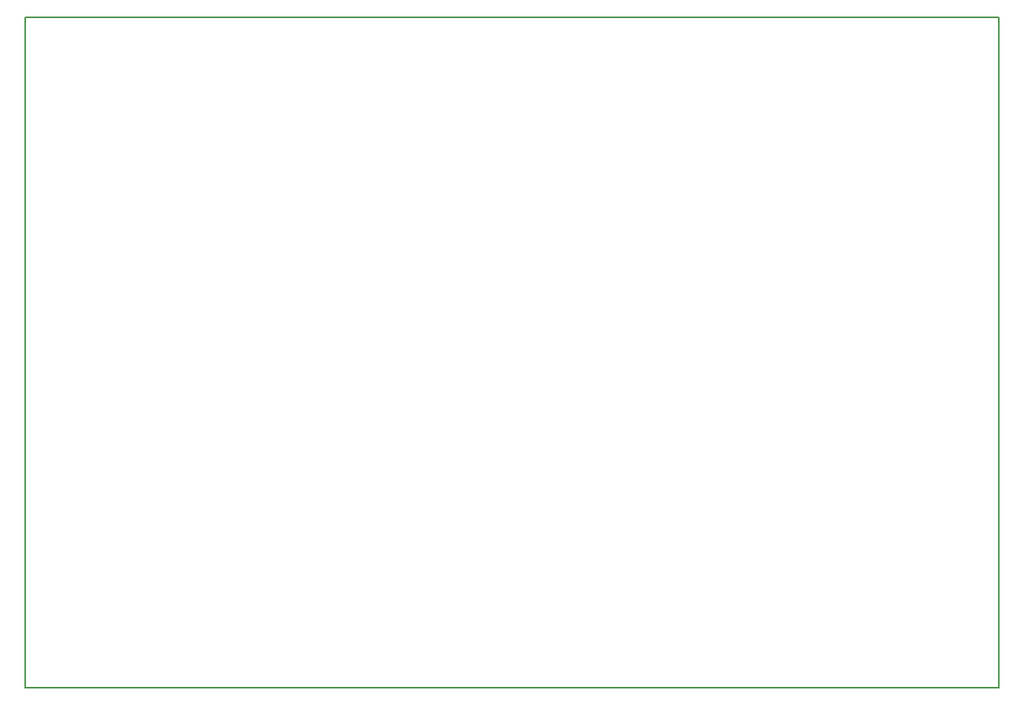
<source format=gbr>
G04 #@! TF.FileFunction,Profile,NP*
%FSLAX46Y46*%
G04 Gerber Fmt 4.6, Leading zero omitted, Abs format (unit mm)*
G04 Created by KiCad (PCBNEW 4.0.4-stable) date 02/12/17 18:05:13*
%MOMM*%
%LPD*%
G01*
G04 APERTURE LIST*
%ADD10C,0.100000*%
%ADD11C,0.150000*%
G04 APERTURE END LIST*
D10*
D11*
X113284000Y-121031000D02*
X113284000Y-48895000D01*
X218059000Y-121031000D02*
X113284000Y-121031000D01*
X218059000Y-48895000D02*
X218059000Y-121031000D01*
X113284000Y-48895000D02*
X218059000Y-48895000D01*
M02*

</source>
